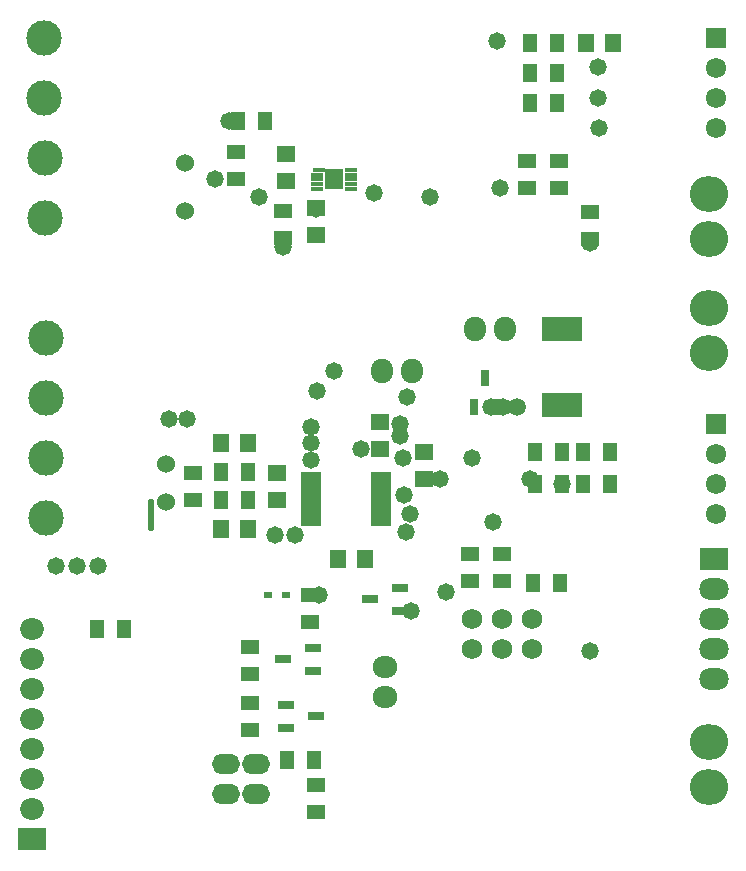
<source format=gts>
G04*
G04 #@! TF.GenerationSoftware,Altium Limited,Altium Designer,20.1.7 (139)*
G04*
G04 Layer_Color=8388736*
%FSTAX24Y24*%
%MOIN*%
G70*
G04*
G04 #@! TF.SameCoordinates,32A48367-B763-4124-948E-770BFEAF10EB*
G04*
G04*
G04 #@! TF.FilePolarity,Negative*
G04*
G01*
G75*
%ADD31C,0.0600*%
%ADD32R,0.0434X0.0159*%
%ADD33R,0.0631X0.0671*%
%ADD34R,0.0580X0.0630*%
%ADD35R,0.0552X0.0316*%
%ADD36R,0.0630X0.0580*%
%ADD37R,0.0661X0.0257*%
%ADD38R,0.0630X0.0474*%
G04:AMPARAMS|DCode=39|XSize=19.8mil|YSize=68mil|CornerRadius=7mil|HoleSize=0mil|Usage=FLASHONLY|Rotation=0.000|XOffset=0mil|YOffset=0mil|HoleType=Round|Shape=RoundedRectangle|*
%AMROUNDEDRECTD39*
21,1,0.0198,0.0541,0,0,0.0*
21,1,0.0059,0.0680,0,0,0.0*
1,1,0.0139,0.0030,-0.0270*
1,1,0.0139,-0.0030,-0.0270*
1,1,0.0139,-0.0030,0.0270*
1,1,0.0139,0.0030,0.0270*
%
%ADD39ROUNDEDRECTD39*%
%ADD40R,0.0474X0.0630*%
%ADD41R,0.0297X0.0245*%
%ADD42R,0.1379X0.0789*%
%ADD43R,0.0316X0.0552*%
%ADD44C,0.0592*%
%ADD45C,0.0680*%
%ADD46O,0.0940X0.0680*%
%ADD47C,0.1180*%
%ADD48O,0.1280X0.1180*%
%ADD49C,0.0678*%
%ADD50R,0.0678X0.0678*%
%ADD51O,0.0830X0.0730*%
%ADD52O,0.0789X0.0730*%
%ADD53R,0.0980X0.0730*%
%ADD54O,0.0980X0.0730*%
%ADD55O,0.0730X0.0830*%
%ADD56C,0.0580*%
D31*
X01555Y0335D02*
D03*
Y03475D02*
D03*
X016169Y044786D02*
D03*
Y043186D02*
D03*
D32*
X020658Y044565D02*
D03*
X020579Y044407D02*
D03*
Y04425D02*
D03*
Y044093D02*
D03*
Y043935D02*
D03*
X021721D02*
D03*
Y044093D02*
D03*
Y04425D02*
D03*
Y044407D02*
D03*
Y044565D02*
D03*
D33*
X02115Y04425D02*
D03*
D34*
X0222Y0316D02*
D03*
X0213D02*
D03*
X0174Y0326D02*
D03*
X0183D02*
D03*
X0174Y03545D02*
D03*
X0183D02*
D03*
X02955Y0488D02*
D03*
X03045D02*
D03*
D35*
X022358Y03025D02*
D03*
X023342Y030624D02*
D03*
Y029876D02*
D03*
X019458Y02825D02*
D03*
X020442Y028624D02*
D03*
Y027876D02*
D03*
X020542Y02635D02*
D03*
X019558Y025976D02*
D03*
Y026724D02*
D03*
D36*
X01925Y03355D02*
D03*
Y03445D02*
D03*
X01955Y0442D02*
D03*
Y0451D02*
D03*
X02055Y0433D02*
D03*
Y0424D02*
D03*
X0227Y03525D02*
D03*
Y03615D02*
D03*
X02415Y03425D02*
D03*
Y03515D02*
D03*
D37*
X020393Y032832D02*
D03*
Y033088D02*
D03*
Y033344D02*
D03*
Y0336D02*
D03*
Y033856D02*
D03*
Y034112D02*
D03*
Y034368D02*
D03*
X022707D02*
D03*
Y034112D02*
D03*
Y033856D02*
D03*
Y0336D02*
D03*
Y033344D02*
D03*
Y033088D02*
D03*
Y032832D02*
D03*
D38*
X01645Y03445D02*
D03*
Y03355D02*
D03*
X01835Y02865D02*
D03*
Y02775D02*
D03*
Y0268D02*
D03*
Y0259D02*
D03*
X02055Y02315D02*
D03*
Y02405D02*
D03*
X02865Y04395D02*
D03*
Y04485D02*
D03*
X0276Y04395D02*
D03*
Y04485D02*
D03*
X01945Y0423D02*
D03*
Y0432D02*
D03*
X0179Y04425D02*
D03*
Y04515D02*
D03*
X0297Y04225D02*
D03*
Y04315D02*
D03*
X02035Y0295D02*
D03*
Y0304D02*
D03*
X02675Y03175D02*
D03*
Y03085D02*
D03*
X0257Y03175D02*
D03*
Y03085D02*
D03*
D39*
X01505Y03325D02*
D03*
Y03285D02*
D03*
D40*
X0196Y0249D02*
D03*
X0205D02*
D03*
X02945Y0341D02*
D03*
X03035D02*
D03*
X02875Y03515D02*
D03*
X02785D02*
D03*
X02875Y0341D02*
D03*
X02785D02*
D03*
X0174Y03355D02*
D03*
X0183D02*
D03*
X0174Y0345D02*
D03*
X0183D02*
D03*
X0277Y0468D02*
D03*
X0286D02*
D03*
X0277Y0478D02*
D03*
X0286D02*
D03*
X0277Y0488D02*
D03*
X0286D02*
D03*
X01795Y0462D02*
D03*
X01885D02*
D03*
X03035Y03515D02*
D03*
X02945D02*
D03*
X01325Y02925D02*
D03*
X01415D02*
D03*
X0287Y0308D02*
D03*
X0278D02*
D03*
D41*
X019555Y0304D02*
D03*
X018945D02*
D03*
D42*
X02875Y03674D02*
D03*
Y03926D02*
D03*
D43*
X025826Y036658D02*
D03*
X026574D02*
D03*
X0262Y037642D02*
D03*
D44*
X02725Y03665D02*
D03*
D45*
X02675Y0296D02*
D03*
X02775D02*
D03*
X02575D02*
D03*
X02774Y0286D02*
D03*
X02675D02*
D03*
X02575D02*
D03*
D46*
X01855Y02375D02*
D03*
Y02475D02*
D03*
X01755Y02375D02*
D03*
Y02475D02*
D03*
D47*
X01155Y03895D02*
D03*
X011554Y032946D02*
D03*
X011551Y034949D02*
D03*
X01155Y03695D02*
D03*
X0115Y04895D02*
D03*
X011504Y042946D02*
D03*
X011501Y044949D02*
D03*
X0115Y04695D02*
D03*
D48*
X03365Y024D02*
D03*
Y0255D02*
D03*
Y04375D02*
D03*
Y04225D02*
D03*
Y03995D02*
D03*
Y03845D02*
D03*
D49*
X0339Y0331D02*
D03*
Y0341D02*
D03*
Y0351D02*
D03*
Y04595D02*
D03*
Y04695D02*
D03*
Y04795D02*
D03*
D50*
Y0361D02*
D03*
Y04895D02*
D03*
D51*
X02285Y02801D02*
D03*
Y027D02*
D03*
D52*
X0111Y02925D02*
D03*
Y02725D02*
D03*
Y02525D02*
D03*
Y02425D02*
D03*
Y02325D02*
D03*
Y02625D02*
D03*
Y02825D02*
D03*
D53*
Y02225D02*
D03*
X033804Y0316D02*
D03*
D54*
Y0276D02*
D03*
Y0306D02*
D03*
Y0296D02*
D03*
Y0286D02*
D03*
D55*
X02685Y03925D02*
D03*
X02584D02*
D03*
X02375Y03785D02*
D03*
X02274D02*
D03*
D56*
X0249Y0305D02*
D03*
X02335Y0357D02*
D03*
Y0361D02*
D03*
X0133Y03135D02*
D03*
X0126D02*
D03*
X0119D02*
D03*
X01625Y03625D02*
D03*
X01565D02*
D03*
X0204Y036D02*
D03*
Y03545D02*
D03*
Y0349D02*
D03*
X0264Y036658D02*
D03*
X0268D02*
D03*
X0206Y0372D02*
D03*
X02115Y03785D02*
D03*
X02205Y03525D02*
D03*
X02645Y032818D02*
D03*
X0297Y02853D02*
D03*
X01985Y0324D02*
D03*
X0277Y03425D02*
D03*
X0247D02*
D03*
X02875Y0341D02*
D03*
X02575Y03495D02*
D03*
X023581Y036981D02*
D03*
X02345Y03495D02*
D03*
X0237Y0331D02*
D03*
X0192Y0324D02*
D03*
X023488Y033712D02*
D03*
X02355Y0325D02*
D03*
X02065Y0304D02*
D03*
X023724Y029876D02*
D03*
X02435Y04365D02*
D03*
X0267Y04395D02*
D03*
X03Y04595D02*
D03*
X02995Y04695D02*
D03*
Y048D02*
D03*
X0266Y04885D02*
D03*
X0172Y04425D02*
D03*
X01765Y0462D02*
D03*
X0225Y0438D02*
D03*
X02055Y04325D02*
D03*
X01865Y04365D02*
D03*
X0297Y042135D02*
D03*
X01945Y042D02*
D03*
M02*

</source>
